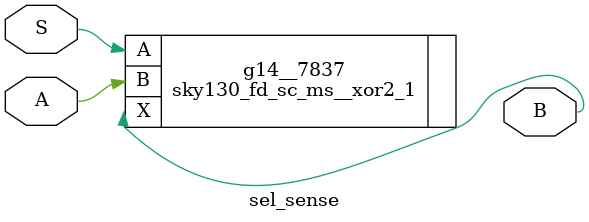
<source format=v>


// Verification Directory fv/sel_sense 

module sel_sense(A, S, B);
  input A, S;
  output B;
  wire A, S;
  wire B;
  sky130_fd_sc_ms__xor2_1 g14__7837(.A (S), .B (A), .X (B));
endmodule


</source>
